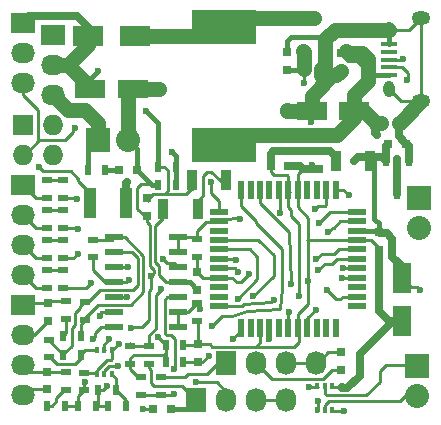
<source format=gbr>
G04 #@! TF.FileFunction,Copper,L1,Top,Signal*
%FSLAX46Y46*%
G04 Gerber Fmt 4.6, Leading zero omitted, Abs format (unit mm)*
G04 Created by KiCad (PCBNEW 4.0.4-stable) date 01/19/17 12:29:14*
%MOMM*%
%LPD*%
G01*
G04 APERTURE LIST*
%ADD10C,0.100000*%
%ADD11R,1.600200X2.600960*%
%ADD12R,1.600000X0.560000*%
%ADD13R,0.560000X1.600000*%
%ADD14R,1.350000X0.400000*%
%ADD15O,0.950000X1.400000*%
%ADD16O,1.550000X1.200000*%
%ADD17R,1.727200X2.032000*%
%ADD18O,1.727200X2.032000*%
%ADD19R,0.750000X0.800000*%
%ADD20R,0.800000X0.750000*%
%ADD21R,2.600960X1.600200*%
%ADD22R,2.499360X1.800860*%
%ADD23R,0.797560X0.797560*%
%ADD24R,1.000000X2.500000*%
%ADD25R,5.400040X2.900680*%
%ADD26R,0.900000X1.700000*%
%ADD27R,2.032000X1.727200*%
%ADD28O,2.032000X1.727200*%
%ADD29R,1.727200X1.727200*%
%ADD30O,1.727200X1.727200*%
%ADD31R,2.032000X2.032000*%
%ADD32O,2.032000X2.032000*%
%ADD33R,0.600000X0.900000*%
%ADD34R,0.900000X0.500000*%
%ADD35R,0.500000X0.900000*%
%ADD36R,1.500000X0.600000*%
%ADD37R,0.304800X0.508000*%
%ADD38C,0.600000*%
%ADD39C,0.250000*%
%ADD40C,0.400000*%
%ADD41C,1.270000*%
%ADD42C,0.635000*%
G04 APERTURE END LIST*
D10*
D11*
X103187500Y-122214640D03*
X103187500Y-125816360D03*
D12*
X87723600Y-116573800D03*
X87723600Y-117373800D03*
X87723600Y-118173800D03*
X87723600Y-118973800D03*
X87723600Y-119773800D03*
X87723600Y-120573800D03*
X87723600Y-121373800D03*
X87723600Y-122173800D03*
X87723600Y-122973800D03*
X87723600Y-123773800D03*
X87723600Y-124573800D03*
D13*
X89573600Y-126423800D03*
X90373600Y-126423800D03*
X91173600Y-126423800D03*
X91973600Y-126423800D03*
X92773600Y-126423800D03*
X93573600Y-126423800D03*
X94373600Y-126423800D03*
X95173600Y-126423800D03*
X95973600Y-126423800D03*
X96773600Y-126423800D03*
X97573600Y-126423800D03*
D12*
X99423600Y-124573800D03*
X99423600Y-123773800D03*
X99423600Y-122973800D03*
X99423600Y-122173800D03*
X99423600Y-121373800D03*
X99423600Y-120573800D03*
X99423600Y-119773800D03*
X99423600Y-118973800D03*
X99423600Y-118173800D03*
X99423600Y-117373800D03*
X99423600Y-116573800D03*
D13*
X97573600Y-114723800D03*
X96773600Y-114723800D03*
X95973600Y-114723800D03*
X95173600Y-114723800D03*
X94373600Y-114723800D03*
X93573600Y-114723800D03*
X92773600Y-114723800D03*
X91973600Y-114723800D03*
X91173600Y-114723800D03*
X90373600Y-114723800D03*
X89573600Y-114723800D03*
D14*
X102132960Y-104996400D03*
X102132960Y-104346400D03*
X102132960Y-103696400D03*
X102132960Y-103046400D03*
X102132960Y-102396400D03*
D15*
X102132960Y-106196400D03*
X102132960Y-101196400D03*
D16*
X104832960Y-107196400D03*
X104832960Y-100196400D03*
D17*
X88328500Y-129349500D03*
D18*
X90868500Y-129349500D03*
X93408500Y-129349500D03*
X95948500Y-129349500D03*
D19*
X98044000Y-128472500D03*
X98044000Y-129972500D03*
D20*
X83630200Y-133273800D03*
X82130200Y-133273800D03*
X101421500Y-109029500D03*
X102921500Y-109029500D03*
D19*
X101219000Y-118312500D03*
X101219000Y-119812500D03*
X85915500Y-129312100D03*
X85915500Y-127812100D03*
X81597500Y-115455000D03*
X81597500Y-116955000D03*
X96202500Y-111454500D03*
X96202500Y-112954500D03*
D21*
X99146360Y-108077000D03*
X95544640Y-108077000D03*
D19*
X98044000Y-103136000D03*
X98044000Y-104636000D03*
D20*
X102056500Y-110807500D03*
X103556500Y-110807500D03*
D19*
X73215500Y-125845000D03*
X73215500Y-124345000D03*
X73152000Y-131610800D03*
X73152000Y-130110800D03*
D21*
X76812140Y-106172000D03*
X80413860Y-106172000D03*
D19*
X85852000Y-123178000D03*
X85852000Y-121678000D03*
X94805500Y-111454500D03*
X94805500Y-112954500D03*
D20*
X92087000Y-112712500D03*
X93587000Y-112712500D03*
D22*
X76614020Y-101727000D03*
X80611980Y-101727000D03*
D23*
X79260700Y-113030000D03*
X80759300Y-113030000D03*
D24*
X76808200Y-115824000D03*
X79808200Y-115824000D03*
D25*
X88138000Y-100916740D03*
X88138000Y-110919260D03*
D26*
X100522700Y-112318800D03*
X97622700Y-112318800D03*
X88318000Y-113919000D03*
X85418000Y-113919000D03*
X83005000Y-116332000D03*
X85905000Y-116332000D03*
D27*
X71120000Y-114300000D03*
D28*
X71120000Y-116840000D03*
X71120000Y-119380000D03*
X71120000Y-121920000D03*
D29*
X71120000Y-109220000D03*
D30*
X73660000Y-109220000D03*
X71120000Y-111760000D03*
X73660000Y-111760000D03*
D17*
X85788500Y-132524500D03*
D18*
X88328500Y-132524500D03*
X90868500Y-132524500D03*
X93408500Y-132524500D03*
D27*
X71120000Y-124460000D03*
D28*
X71120000Y-127000000D03*
X71120000Y-129540000D03*
X71120000Y-132080000D03*
D31*
X77470000Y-110490000D03*
D32*
X80010000Y-110490000D03*
D31*
X104470200Y-129616200D03*
D32*
X104470200Y-132156200D03*
D27*
X71069200Y-100571300D03*
D28*
X71069200Y-103111300D03*
X71069200Y-105651300D03*
D27*
X73660000Y-101600000D03*
D28*
X73660000Y-104140000D03*
X73660000Y-106680000D03*
D33*
X95758000Y-100200000D03*
X96708000Y-103000000D03*
X94808000Y-103000000D03*
D34*
X82753200Y-132068000D03*
X82753200Y-130568000D03*
X81788000Y-127951800D03*
X81788000Y-129451800D03*
X81127600Y-132068000D03*
X81127600Y-130568000D03*
X80187800Y-129451800D03*
X80187800Y-127951800D03*
D35*
X84684300Y-129324100D03*
X83184300Y-129324100D03*
X84684300Y-127850900D03*
X83184300Y-127850900D03*
D34*
X73101200Y-121525600D03*
X73101200Y-123025600D03*
X73101200Y-119011000D03*
X73101200Y-120511000D03*
X73101200Y-116420200D03*
X73101200Y-117920200D03*
X73101200Y-113880200D03*
X73101200Y-115380200D03*
X74498200Y-123025600D03*
X74498200Y-121525600D03*
X74498200Y-120511000D03*
X74498200Y-119011000D03*
X74498200Y-117920200D03*
X74498200Y-116420200D03*
X74498200Y-115380200D03*
X74498200Y-113880200D03*
D35*
X78320200Y-132994400D03*
X79820200Y-132994400D03*
X77482000Y-131673600D03*
X78982000Y-131673600D03*
X74535600Y-128676400D03*
X76035600Y-128676400D03*
D34*
X73304400Y-127418400D03*
X73304400Y-128918400D03*
X76327000Y-125718000D03*
X76327000Y-124218000D03*
D35*
X75805600Y-132994400D03*
X77305600Y-132994400D03*
D34*
X85852000Y-124345000D03*
X85852000Y-125845000D03*
D35*
X74497500Y-127063500D03*
X75997500Y-127063500D03*
X73164000Y-132994400D03*
X74664000Y-132994400D03*
D34*
X74739500Y-124154500D03*
X74739500Y-125654500D03*
X74726800Y-130161600D03*
X74726800Y-131661600D03*
D35*
X82562000Y-112776000D03*
X84062000Y-112776000D03*
X84062000Y-114300000D03*
X82562000Y-114300000D03*
D34*
X85826600Y-120384000D03*
X85826600Y-118884000D03*
X77025500Y-118947500D03*
X77025500Y-120447500D03*
X76250800Y-130212400D03*
X76250800Y-131712400D03*
D35*
X94881000Y-104521000D03*
X96381000Y-104521000D03*
X76593000Y-113030000D03*
X78093000Y-113030000D03*
D33*
X102806500Y-115065000D03*
X101856500Y-112265000D03*
X103756500Y-112265000D03*
D36*
X84234000Y-126365000D03*
X84234000Y-125095000D03*
X84234000Y-123825000D03*
X84234000Y-122555000D03*
X84234000Y-121285000D03*
X84234000Y-120015000D03*
X84234000Y-118745000D03*
X78834000Y-118745000D03*
X78834000Y-120015000D03*
X78834000Y-121285000D03*
X78834000Y-122555000D03*
X78834000Y-123825000D03*
X78834000Y-125095000D03*
X78834000Y-126365000D03*
D37*
X78613000Y-128320800D03*
X77343000Y-128320800D03*
X78613000Y-130352800D03*
X77978000Y-128320800D03*
X77343000Y-130352800D03*
X77978000Y-130352800D03*
X96037400Y-133324600D03*
X97307400Y-133324600D03*
X96037400Y-131292600D03*
X96672400Y-133324600D03*
X97307400Y-131292600D03*
X96672400Y-131292600D03*
D31*
X104597200Y-115392200D03*
D32*
X104597200Y-117932200D03*
D19*
X93421200Y-104559800D03*
X93421200Y-103059800D03*
D38*
X81229200Y-133273800D03*
X85750400Y-130962400D03*
X101041200Y-110083600D03*
X102793800Y-112090200D03*
X93421200Y-108000800D03*
X95199200Y-122428000D03*
X90271600Y-121843800D03*
X98145600Y-131419600D03*
X96062800Y-132562600D03*
X95567500Y-112585500D03*
X95504000Y-108966000D03*
X79222600Y-127762000D03*
X80289400Y-126390400D03*
X75514200Y-109474000D03*
X80060800Y-122326400D03*
X81940400Y-122021600D03*
X82626200Y-106222800D03*
X104724200Y-123215400D03*
X95885000Y-124891800D03*
X99123500Y-112268000D03*
X79946500Y-114046000D03*
X94513400Y-123723400D03*
X86817200Y-128803400D03*
X77470000Y-104648000D03*
X81534000Y-108077000D03*
X72491600Y-112826800D03*
X83693000Y-111506000D03*
X87020400Y-114071400D03*
X92900500Y-116649500D03*
X89471500Y-117157500D03*
X90614500Y-123698000D03*
X78422500Y-127381000D03*
X89344500Y-123952000D03*
X79184500Y-129603500D03*
X80010000Y-121285000D03*
X89154000Y-120650000D03*
X79883000Y-123825000D03*
X89344500Y-121666000D03*
X93662500Y-125031500D03*
X92329000Y-124015500D03*
X98323400Y-133477000D03*
X88849200Y-127355600D03*
X91973400Y-127355600D03*
X95326200Y-131445000D03*
X96875600Y-123215400D03*
X94894400Y-105714800D03*
X103581200Y-105410000D03*
X98145600Y-122174000D03*
X103301800Y-103657400D03*
X98171000Y-121361200D03*
X96075500Y-121539000D03*
X76835000Y-122618500D03*
X95948500Y-120586500D03*
X75755500Y-120142000D03*
X96964500Y-118300500D03*
X75755500Y-118046500D03*
X96139000Y-117538500D03*
X75692000Y-115506500D03*
X98679000Y-115189000D03*
X95821500Y-116332000D03*
X93827600Y-122656600D03*
X86106000Y-124841000D03*
X87122000Y-126238000D03*
X82550000Y-127190500D03*
X83921600Y-132029200D03*
X83921600Y-129895600D03*
X82981800Y-120599200D03*
X82804000Y-123088400D03*
X78206600Y-131318000D03*
X77597000Y-125399800D03*
X76327000Y-131013200D03*
X77012800Y-127355600D03*
D39*
X95948500Y-129349500D02*
X96075500Y-129349500D01*
X96075500Y-129349500D02*
X96952500Y-128472500D01*
X96952500Y-128472500D02*
X98044000Y-128472500D01*
X95948500Y-129349500D02*
X93408500Y-129349500D01*
X82753200Y-130568000D02*
X84824000Y-130568000D01*
X86664800Y-130302000D02*
X87617300Y-129349500D01*
X85090000Y-130302000D02*
X86664800Y-130302000D01*
X84824000Y-130568000D02*
X85090000Y-130302000D01*
X87617300Y-129349500D02*
X88328500Y-129349500D01*
X98044000Y-129972500D02*
X97281300Y-129972500D01*
X92227400Y-130708400D02*
X90868500Y-129349500D01*
X96545400Y-130708400D02*
X92227400Y-130708400D01*
X97281300Y-129972500D02*
X96545400Y-130708400D01*
X90868500Y-129349500D02*
X90932000Y-129349500D01*
D40*
X83630200Y-133273800D02*
X85039200Y-133273800D01*
X85039200Y-133273800D02*
X85788500Y-132524500D01*
D39*
X85064600Y-133248400D02*
X85788500Y-132524500D01*
X90868500Y-132524500D02*
X93408500Y-132524500D01*
X85788500Y-132524500D02*
X85788500Y-132626100D01*
X84582000Y-131318000D02*
X85788500Y-132524500D01*
X82194400Y-131318000D02*
X84582000Y-131318000D01*
X81940400Y-131064000D02*
X82194400Y-131318000D01*
X81940400Y-129997200D02*
X81940400Y-131064000D01*
X81788000Y-129844800D02*
X81940400Y-129997200D01*
X81788000Y-129451800D02*
X81788000Y-129844800D01*
X81788000Y-129451800D02*
X81788000Y-129667000D01*
X82118200Y-133273800D02*
X81229200Y-133273800D01*
X85750400Y-130962400D02*
X85801200Y-131013200D01*
X85801200Y-131013200D02*
X87528400Y-131013200D01*
X87528400Y-131013200D02*
X88328500Y-131813300D01*
X88328500Y-131813300D02*
X88328500Y-132524500D01*
D41*
X88138000Y-110919260D02*
X88138000Y-110845600D01*
D42*
X102806500Y-115065000D02*
X102806500Y-112102900D01*
X100888800Y-109931200D02*
X100888800Y-109016800D01*
X101041200Y-110083600D02*
X100888800Y-109931200D01*
X102806500Y-112102900D02*
X102793800Y-112090200D01*
X98552000Y-109321600D02*
X98501200Y-109270800D01*
X98501200Y-109270800D02*
X98552000Y-109321600D01*
X98552000Y-109321600D02*
X98552000Y-109220000D01*
D41*
X99146360Y-108077000D02*
X99949000Y-108077000D01*
X99949000Y-108077000D02*
X100888800Y-109016800D01*
X100888800Y-109016800D02*
X101028500Y-109156500D01*
X101028500Y-109156500D02*
X101421500Y-109029500D01*
X100330000Y-104648000D02*
X100330000Y-103632000D01*
X98615500Y-103124000D02*
X98488500Y-102997000D01*
X99822000Y-103124000D02*
X98615500Y-103124000D01*
X100330000Y-103632000D02*
X99822000Y-103124000D01*
X99146360Y-108077000D02*
X99146360Y-106720640D01*
X100330000Y-105537000D02*
X100330000Y-104648000D01*
X99146360Y-106720640D02*
X100330000Y-105537000D01*
D40*
X102132960Y-104996400D02*
X100678400Y-104996400D01*
X100678400Y-104996400D02*
X100330000Y-104648000D01*
X98603500Y-103695500D02*
X98044000Y-103136000D01*
X100330000Y-104648000D02*
X99377500Y-103695500D01*
X99377500Y-103695500D02*
X98603500Y-103695500D01*
D41*
X99146360Y-108077000D02*
X99146360Y-108625640D01*
X99146360Y-108625640D02*
X98552000Y-109220000D01*
X98552000Y-109220000D02*
X97663000Y-110109000D01*
X97663000Y-110109000D02*
X88948260Y-110109000D01*
X88948260Y-110109000D02*
X88138000Y-110919260D01*
X93497400Y-108077000D02*
X95544640Y-108077000D01*
X93421200Y-108000800D02*
X93497400Y-108077000D01*
D39*
X71069200Y-105651300D02*
X71069200Y-106629200D01*
X72390000Y-107950000D02*
X72390000Y-110617000D01*
X72390000Y-107950000D02*
X71120000Y-106680000D01*
X71069200Y-106629200D02*
X71120000Y-106680000D01*
D40*
X93421200Y-103059800D02*
X93421200Y-102158800D01*
X96502300Y-101777800D02*
X96708000Y-101983500D01*
X93802200Y-101777800D02*
X96502300Y-101777800D01*
X93421200Y-102158800D02*
X93802200Y-101777800D01*
D41*
X80413860Y-106172000D02*
X82575400Y-106172000D01*
D39*
X87723600Y-122173800D02*
X88823600Y-122173800D01*
X95199200Y-122428000D02*
X95250000Y-122428000D01*
X89560400Y-122555000D02*
X90271600Y-121843800D01*
X89204800Y-122555000D02*
X89560400Y-122555000D01*
X88823600Y-122173800D02*
X89204800Y-122555000D01*
X95250000Y-122428000D02*
X95224600Y-122428000D01*
X95224600Y-122428000D02*
X95250000Y-122428000D01*
X101219000Y-119812500D02*
X101219000Y-119659400D01*
X101219000Y-119659400D02*
X100533400Y-118973800D01*
X100533400Y-118973800D02*
X99423600Y-118973800D01*
D41*
X95544640Y-108077000D02*
X95544640Y-106766360D01*
X95544640Y-106766360D02*
X97282000Y-105029000D01*
D42*
X102921500Y-109029500D02*
X102921500Y-110172500D01*
X102921500Y-110172500D02*
X103556500Y-110807500D01*
X103756500Y-112265000D02*
X103756500Y-111007500D01*
X103756500Y-111007500D02*
X103556500Y-110807500D01*
X103187500Y-125816360D02*
X102067360Y-125816360D01*
X101219000Y-124968000D02*
X101219000Y-119812500D01*
X102067360Y-125816360D02*
X101219000Y-124968000D01*
X103187500Y-125816360D02*
X102453440Y-125816360D01*
X102453440Y-125816360D02*
X99618800Y-128651000D01*
X99618800Y-128651000D02*
X99618800Y-130454400D01*
X99618800Y-130454400D02*
X98584902Y-131488298D01*
X98584902Y-131488298D02*
X98145600Y-131488298D01*
X98145600Y-131488298D02*
X98145600Y-131445000D01*
D39*
X96075500Y-133477000D02*
X96075500Y-132575300D01*
X98120200Y-131445000D02*
X98145600Y-131445000D01*
X98145600Y-131445000D02*
X97345500Y-131445000D01*
X98145600Y-131419600D02*
X98120200Y-131445000D01*
X96075500Y-132575300D02*
X96062800Y-132562600D01*
X90576400Y-127990600D02*
X94081600Y-127990600D01*
X94462600Y-127609600D02*
X94462600Y-126512800D01*
X94081600Y-127990600D02*
X94462600Y-127609600D01*
X94462600Y-126512800D02*
X94373600Y-126423800D01*
X85915500Y-127812100D02*
X86943500Y-127812100D01*
X91173600Y-127622000D02*
X91173600Y-126423800D01*
X90805000Y-127990600D02*
X91173600Y-127622000D01*
X87122000Y-127990600D02*
X90576400Y-127990600D01*
X90576400Y-127990600D02*
X90805000Y-127990600D01*
X86943500Y-127812100D02*
X87122000Y-127990600D01*
D41*
X102921500Y-109029500D02*
X102999860Y-109029500D01*
X102999860Y-109029500D02*
X104832960Y-107196400D01*
D39*
X104832960Y-107196400D02*
X103132960Y-107196400D01*
X103132960Y-107196400D02*
X102132960Y-106196400D01*
X104832960Y-100196400D02*
X104832960Y-107196400D01*
X102132960Y-101196400D02*
X103832960Y-101196400D01*
X103832960Y-101196400D02*
X104832960Y-100196400D01*
D41*
X96708000Y-103000000D02*
X96708000Y-101983500D01*
X97495100Y-101196400D02*
X102132960Y-101196400D01*
X96708000Y-101983500D02*
X97495100Y-101196400D01*
D40*
X102132960Y-102396400D02*
X102132960Y-101196400D01*
D39*
X95377000Y-112776000D02*
X95567500Y-112585500D01*
X95504000Y-108966000D02*
X95544640Y-108925360D01*
X95544640Y-108925360D02*
X95544640Y-108077000D01*
X95377000Y-112954500D02*
X95377000Y-112776000D01*
X94373600Y-114723800D02*
X94373600Y-113386400D01*
X94373600Y-113386400D02*
X94805500Y-112954500D01*
D42*
X96202500Y-112954500D02*
X95377000Y-112954500D01*
X95377000Y-112954500D02*
X94805500Y-112954500D01*
X93587000Y-112712500D02*
X94563500Y-112712500D01*
X94563500Y-112712500D02*
X94805500Y-112954500D01*
D39*
X99423600Y-118973800D02*
X95250000Y-118973800D01*
X95186500Y-118935500D02*
X95250000Y-118935500D01*
X95211700Y-118935500D02*
X95186500Y-118935500D01*
X95250000Y-118973800D02*
X95211700Y-118935500D01*
X94373600Y-126423800D02*
X94373600Y-125272900D01*
X94373600Y-125272900D02*
X95250000Y-124396500D01*
X95250000Y-124396500D02*
X95250000Y-122428000D01*
X94373600Y-116217600D02*
X94373600Y-114723800D01*
X95250000Y-117094000D02*
X94373600Y-116217600D01*
X95250000Y-122428000D02*
X95250000Y-118935500D01*
X95250000Y-118935500D02*
X95250000Y-117094000D01*
X78613000Y-128320800D02*
X78663800Y-128320800D01*
X78663800Y-128320800D02*
X79222600Y-127762000D01*
X81940400Y-122021600D02*
X81940400Y-123139200D01*
X80365600Y-126314200D02*
X80289400Y-126390400D01*
X81178400Y-126314200D02*
X80365600Y-126314200D01*
X81788000Y-125704600D02*
X81178400Y-126314200D01*
X81788000Y-123291600D02*
X81788000Y-125704600D01*
X81940400Y-123139200D02*
X81788000Y-123291600D01*
X77343000Y-130352800D02*
X77343000Y-129970402D01*
X77343000Y-129970402D02*
X78198004Y-129115398D01*
X78198004Y-129115398D02*
X78580402Y-129115398D01*
X78580402Y-129115398D02*
X78613000Y-129082800D01*
X78613000Y-129082800D02*
X78613000Y-128320800D01*
X87723600Y-122173800D02*
X86347800Y-122173800D01*
X86347800Y-122173800D02*
X85852000Y-121678000D01*
X81597500Y-116955000D02*
X81445800Y-116955000D01*
X81445800Y-116955000D02*
X80797400Y-116306600D01*
X81089500Y-114236500D02*
X81724500Y-114236500D01*
X80797400Y-114528600D02*
X81089500Y-114236500D01*
X80797400Y-116306600D02*
X80797400Y-114528600D01*
X81788000Y-114173000D02*
X81788000Y-114058700D01*
X81724500Y-114236500D02*
X81845150Y-114115850D01*
X81845150Y-114115850D02*
X81788000Y-114173000D01*
X75361800Y-109829600D02*
X74701400Y-110490000D01*
X75514200Y-109474000D02*
X75361800Y-109626400D01*
X75361800Y-109626400D02*
X75361800Y-109829600D01*
X72517000Y-110490000D02*
X72390000Y-110617000D01*
X74701400Y-110490000D02*
X72517000Y-110490000D01*
X86092600Y-127635000D02*
X85915500Y-127812100D01*
X85915500Y-127812100D02*
X85915500Y-125908500D01*
X85915500Y-125908500D02*
X85852000Y-125845000D01*
X84684300Y-127850900D02*
X85876700Y-127850900D01*
X85876700Y-127850900D02*
X85915500Y-127812100D01*
X85826600Y-120384000D02*
X85826600Y-121652600D01*
X85826600Y-121652600D02*
X85852000Y-121678000D01*
X78834000Y-122555000D02*
X79832200Y-122555000D01*
X79832200Y-122555000D02*
X80060800Y-122326400D01*
X81864200Y-121165198D02*
X81864200Y-117678200D01*
X81940400Y-122021600D02*
X82169000Y-121793000D01*
X82169000Y-121793000D02*
X82169000Y-121469998D01*
X82169000Y-121469998D02*
X81864200Y-121165198D01*
X76250800Y-130212400D02*
X77202600Y-130212400D01*
X77202600Y-130212400D02*
X77343000Y-130352800D01*
X78834000Y-122555000D02*
X78054200Y-122555000D01*
X77025500Y-121526300D02*
X77025500Y-120447500D01*
X78054200Y-122555000D02*
X77025500Y-121526300D01*
X81597500Y-116955000D02*
X81597500Y-117411500D01*
X81597500Y-117411500D02*
X81864200Y-117678200D01*
D40*
X85852000Y-121678000D02*
X85864000Y-121678000D01*
D41*
X96381000Y-105029000D02*
X97282000Y-105029000D01*
X96381000Y-104521000D02*
X96381000Y-105029000D01*
X97282000Y-105029000D02*
X97651000Y-105029000D01*
X97651000Y-105029000D02*
X98044000Y-104636000D01*
X96508000Y-104648000D02*
X96381000Y-104521000D01*
X96708000Y-103000000D02*
X96708000Y-104194000D01*
X96708000Y-104194000D02*
X96381000Y-104521000D01*
D40*
X80759300Y-113030000D02*
X80759300Y-111239300D01*
X80759300Y-111239300D02*
X80010000Y-110490000D01*
X82562000Y-114300000D02*
X82029300Y-114300000D01*
X82029300Y-114300000D02*
X81788000Y-114058700D01*
X81788000Y-114058700D02*
X80759300Y-113030000D01*
D39*
X71120000Y-111760000D02*
X71247000Y-111760000D01*
X71247000Y-111760000D02*
X72390000Y-110617000D01*
D41*
X80010000Y-110490000D02*
X80010000Y-106575860D01*
X80010000Y-106575860D02*
X80413860Y-106172000D01*
X82575400Y-106172000D02*
X82626200Y-106222800D01*
D42*
X103187500Y-122214640D02*
X103187500Y-121196100D01*
X103187500Y-121196100D02*
X102387400Y-120396000D01*
X101904800Y-118414800D02*
X101321300Y-118414800D01*
X102387400Y-118897400D02*
X101904800Y-118414800D01*
X102387400Y-120396000D02*
X102387400Y-118897400D01*
X101321300Y-118414800D02*
X101219000Y-118312500D01*
D39*
X95173600Y-126423800D02*
X95173600Y-125603200D01*
X104495600Y-122986800D02*
X103959660Y-122986800D01*
X104724200Y-123215400D02*
X104495600Y-122986800D01*
X95173600Y-125603200D02*
X95885000Y-124891800D01*
X103959660Y-122986800D02*
X103187500Y-122214640D01*
D42*
X100510000Y-111950500D02*
X101542000Y-111950500D01*
X101542000Y-111950500D02*
X101856500Y-112265000D01*
X101856500Y-112265000D02*
X101856500Y-111432300D01*
X101856500Y-112265000D02*
X101856500Y-111432300D01*
X101856500Y-111432300D02*
X101856500Y-111007500D01*
X101856500Y-111007500D02*
X102056500Y-110807500D01*
D40*
X100838000Y-112278500D02*
X100510000Y-111950500D01*
X100838000Y-117157500D02*
X100838000Y-112278500D01*
X101219000Y-117538500D02*
X100838000Y-117157500D01*
X101219000Y-118312500D02*
X101219000Y-117538500D01*
X101080300Y-118173800D02*
X101219000Y-118312500D01*
X99423600Y-118173800D02*
X101080300Y-118173800D01*
D42*
X79808200Y-115824000D02*
X79808200Y-114184300D01*
X99441000Y-111950500D02*
X100510000Y-111950500D01*
X99123500Y-112268000D02*
X99441000Y-111950500D01*
X79808200Y-114184300D02*
X79946500Y-114046000D01*
D39*
X85915500Y-129312100D02*
X86308500Y-129312100D01*
X93573600Y-116205000D02*
X93573600Y-114723800D01*
X93802200Y-116433600D02*
X93573600Y-116205000D01*
X93802200Y-116941600D02*
X93802200Y-116433600D01*
X94513400Y-117652800D02*
X93802200Y-116941600D01*
X94513400Y-123723400D02*
X94513400Y-117652800D01*
X86308500Y-129312100D02*
X86817200Y-128803400D01*
D42*
X96202500Y-111454500D02*
X97114000Y-111454500D01*
X97114000Y-111454500D02*
X97610000Y-111950500D01*
X94805500Y-111454500D02*
X96202500Y-111454500D01*
X92087000Y-112712500D02*
X92087000Y-111684500D01*
X92317000Y-111454500D02*
X94805500Y-111454500D01*
X92087000Y-111684500D02*
X92317000Y-111454500D01*
D39*
X93573600Y-114723800D02*
X93573600Y-113576100D01*
X93573600Y-113576100D02*
X93472000Y-113474500D01*
X93472000Y-113474500D02*
X92329000Y-113474500D01*
X92329000Y-113474500D02*
X92087000Y-113232500D01*
X92087000Y-113232500D02*
X92087000Y-112712500D01*
X85915500Y-129312100D02*
X86270400Y-129312100D01*
X93662500Y-114812700D02*
X93573600Y-114723800D01*
X93726000Y-114876200D02*
X93573600Y-114723800D01*
X85915500Y-129312100D02*
X86079900Y-129312100D01*
X85915500Y-129312100D02*
X84696300Y-129312100D01*
X84696300Y-129312100D02*
X84684300Y-129324100D01*
D42*
X76614020Y-101727000D02*
X76614020Y-100972620D01*
X76614020Y-100972620D02*
X75641200Y-99999800D01*
X75641200Y-99999800D02*
X71640700Y-99999800D01*
X71640700Y-99999800D02*
X71069200Y-100571300D01*
D39*
X83083400Y-115112800D02*
X84886800Y-115112800D01*
X84886800Y-115112800D02*
X85418000Y-114581600D01*
X85418000Y-114581600D02*
X85418000Y-113919000D01*
X81597500Y-115455000D02*
X81776000Y-115455000D01*
X81776000Y-115455000D02*
X82118200Y-115112800D01*
X83058000Y-112776000D02*
X82562000Y-112776000D01*
X83362800Y-113080800D02*
X83058000Y-112776000D01*
X83362800Y-114833400D02*
X83362800Y-113080800D01*
X83083400Y-115112800D02*
X83362800Y-114833400D01*
X82118200Y-115112800D02*
X83083400Y-115112800D01*
X81597500Y-115455000D02*
X81839500Y-115455000D01*
X81661000Y-115685000D02*
X81661000Y-115570000D01*
D40*
X85418000Y-113919000D02*
X85418000Y-114607000D01*
X82562000Y-112776000D02*
X82562000Y-109105000D01*
X76812140Y-105305860D02*
X76812140Y-106172000D01*
X77470000Y-104648000D02*
X76812140Y-105305860D01*
X82562000Y-109105000D02*
X81534000Y-108077000D01*
D42*
X73660000Y-104140000D02*
X73279000Y-104140000D01*
D41*
X76812140Y-106172000D02*
X76812140Y-106022140D01*
X76812140Y-106022140D02*
X74930000Y-104140000D01*
X76614020Y-101727000D02*
X76614020Y-102455980D01*
X76614020Y-102455980D02*
X74930000Y-104140000D01*
X74930000Y-104140000D02*
X73660000Y-104140000D01*
D39*
X71120000Y-127000000D02*
X72060500Y-127000000D01*
X72060500Y-127000000D02*
X73215500Y-125845000D01*
X73215500Y-124345000D02*
X71235000Y-124345000D01*
X71235000Y-124345000D02*
X71120000Y-124460000D01*
X74739500Y-124154500D02*
X73406000Y-124154500D01*
X73406000Y-124154500D02*
X73215500Y-124345000D01*
X71589200Y-131610800D02*
X71120000Y-132080000D01*
X71335200Y-131864800D02*
X71120000Y-132080000D01*
X73152000Y-131610800D02*
X71589200Y-131610800D01*
X73152000Y-130110800D02*
X74676000Y-130110800D01*
X74676000Y-130110800D02*
X74726800Y-130161600D01*
X73152000Y-130110800D02*
X71690800Y-130110800D01*
X71690800Y-130110800D02*
X71120000Y-129540000D01*
X84234000Y-122555000D02*
X83210400Y-122555000D01*
X82314202Y-117761598D02*
X83005000Y-117070800D01*
X82314202Y-120853200D02*
X82314202Y-117761598D01*
X82619002Y-121158000D02*
X82314202Y-120853200D01*
X82619002Y-121963602D02*
X82619002Y-121158000D01*
X83210400Y-122555000D02*
X82619002Y-121963602D01*
X83005000Y-117070800D02*
X83005000Y-116332000D01*
D40*
X84234000Y-122555000D02*
X85229000Y-122555000D01*
X85229000Y-122555000D02*
X85852000Y-123178000D01*
D41*
X80611980Y-101727000D02*
X87327740Y-101727000D01*
X87327740Y-101727000D02*
X88138000Y-100916740D01*
X95758000Y-100200000D02*
X88854740Y-100200000D01*
X88854740Y-100200000D02*
X88138000Y-100916740D01*
D40*
X79260700Y-113030000D02*
X78093000Y-113030000D01*
D39*
X76808200Y-114984400D02*
X75793600Y-113969800D01*
X76808200Y-115824000D02*
X76808200Y-114984400D01*
X75793600Y-113969800D02*
X75793600Y-113766600D01*
X75793600Y-113766600D02*
X75184000Y-113157000D01*
X75184000Y-113157000D02*
X72821800Y-113157000D01*
X72821800Y-113157000D02*
X72491600Y-112826800D01*
D40*
X83693000Y-111506000D02*
X84074000Y-111887000D01*
D39*
X87723600Y-116573800D02*
X87723600Y-115663600D01*
X87020400Y-114960400D02*
X87020400Y-114071400D01*
X87723600Y-115663600D02*
X87020400Y-114960400D01*
D40*
X84062000Y-114300000D02*
X84062000Y-112776000D01*
X84074000Y-111887000D02*
X84074000Y-112764000D01*
X84074000Y-112764000D02*
X84062000Y-112776000D01*
D39*
X87723600Y-117373800D02*
X89370300Y-117056300D01*
X92837000Y-116586000D02*
X92837000Y-114787200D01*
X92900500Y-116649500D02*
X92837000Y-116586000D01*
X89370300Y-117056300D02*
X89471500Y-117157500D01*
X92837000Y-114787200D02*
X92773600Y-114723800D01*
X92773500Y-114723900D02*
X92773600Y-114723800D01*
X85826600Y-118884000D02*
X85826600Y-118211600D01*
X86563200Y-117475000D02*
X87622400Y-117475000D01*
X85826600Y-118211600D02*
X86563200Y-117475000D01*
X87622400Y-117475000D02*
X87723600Y-117373800D01*
X84234000Y-118745000D02*
X85687600Y-118745000D01*
X85687600Y-118745000D02*
X85826600Y-118884000D01*
X84234000Y-120015000D02*
X84234000Y-118745000D01*
X77978000Y-128320800D02*
X77978000Y-127825500D01*
X90995500Y-118935500D02*
X87761900Y-118935500D01*
X92329000Y-120269000D02*
X90995500Y-118935500D01*
X92329000Y-121983500D02*
X92329000Y-120269000D01*
X90614500Y-123698000D02*
X92329000Y-121983500D01*
X77978000Y-127825500D02*
X78422500Y-127381000D01*
X87761900Y-118935500D02*
X87723600Y-118973800D01*
X78041500Y-128257300D02*
X77978000Y-128320800D01*
X77978000Y-130352800D02*
X77978000Y-130048000D01*
X90309800Y-119773800D02*
X87723600Y-119773800D01*
X90932000Y-120396000D02*
X90309800Y-119773800D01*
X90932000Y-122237500D02*
X90932000Y-120396000D01*
X89344500Y-123952000D02*
X90932000Y-122237500D01*
X78422500Y-129603500D02*
X79184500Y-129603500D01*
X77978000Y-130048000D02*
X78422500Y-129603500D01*
X87723600Y-120573800D02*
X89077800Y-120573800D01*
X80010000Y-121285000D02*
X78834000Y-121285000D01*
X89077800Y-120573800D02*
X89154000Y-120650000D01*
X87723600Y-121373800D02*
X89052300Y-121373800D01*
X79883000Y-123825000D02*
X78834000Y-123825000D01*
X89052300Y-121373800D02*
X89344500Y-121666000D01*
X87723600Y-124573800D02*
X89140800Y-124573800D01*
X93573600Y-125120400D02*
X93573600Y-126423800D01*
X93662500Y-125031500D02*
X93573600Y-125120400D01*
X92138500Y-124206000D02*
X92329000Y-124015500D01*
X89852500Y-124396500D02*
X92138500Y-124206000D01*
X89662000Y-124587000D02*
X89852500Y-124396500D01*
X89154000Y-124587000D02*
X89662000Y-124587000D01*
X89140800Y-124573800D02*
X89154000Y-124587000D01*
X89573600Y-126423800D02*
X89573600Y-126631200D01*
X89573600Y-126631200D02*
X88849200Y-127355600D01*
X98323400Y-133477000D02*
X97345500Y-133477000D01*
X89573600Y-126423800D02*
X89573600Y-126605800D01*
X96075500Y-131445000D02*
X95326200Y-131445000D01*
X91973600Y-127355400D02*
X91973600Y-126423800D01*
X91973400Y-127355600D02*
X91973600Y-127355400D01*
D40*
X93421200Y-104559800D02*
X94842200Y-104559800D01*
X94842200Y-104559800D02*
X94881000Y-104521000D01*
D39*
X94881000Y-104521000D02*
X94881000Y-105701400D01*
X98146000Y-123773800D02*
X99423600Y-123773800D01*
X97993200Y-123926600D02*
X98146000Y-123773800D01*
X97586800Y-123926600D02*
X97993200Y-123926600D01*
X96875600Y-123215400D02*
X97586800Y-123926600D01*
X94881000Y-105701400D02*
X94894400Y-105714800D01*
X94869000Y-103657400D02*
X94881000Y-103657400D01*
X94881000Y-103657400D02*
X94869000Y-103657400D01*
X94869000Y-103657400D02*
X94881000Y-103657400D01*
D41*
X94881000Y-104521000D02*
X94881000Y-103657400D01*
X94881000Y-103657400D02*
X94881000Y-103073000D01*
X94881000Y-103073000D02*
X94808000Y-103000000D01*
D39*
X99423600Y-122173800D02*
X98145800Y-122173800D01*
X103228800Y-104346400D02*
X102132960Y-104346400D01*
X103708200Y-104825800D02*
X103228800Y-104346400D01*
X103708200Y-105283000D02*
X103708200Y-104825800D01*
X103581200Y-105410000D02*
X103708200Y-105283000D01*
X98145800Y-122173800D02*
X98145600Y-122174000D01*
X102136160Y-104343200D02*
X102132960Y-104346400D01*
X99423600Y-121373800D02*
X98183600Y-121373800D01*
X103262800Y-103696400D02*
X102132960Y-103696400D01*
X103301800Y-103657400D02*
X103262800Y-103696400D01*
X98183600Y-121373800D02*
X98171000Y-121361200D01*
X74498200Y-123025600D02*
X76427900Y-123025600D01*
X97675700Y-120573800D02*
X99423600Y-120573800D01*
X97282000Y-120967500D02*
X97675700Y-120573800D01*
X96647000Y-120967500D02*
X97282000Y-120967500D01*
X96075500Y-121539000D02*
X96647000Y-120967500D01*
X76427900Y-123025600D02*
X76835000Y-122618500D01*
X74498200Y-120511000D02*
X75386500Y-120511000D01*
X97840700Y-119773800D02*
X99423600Y-119773800D01*
X97472500Y-120142000D02*
X97840700Y-119773800D01*
X96393000Y-120142000D02*
X97472500Y-120142000D01*
X95948500Y-120586500D02*
X96393000Y-120142000D01*
X75386500Y-120511000D02*
X75755500Y-120142000D01*
X74498200Y-117920200D02*
X75629200Y-117920200D01*
X97954700Y-117373800D02*
X99423600Y-117373800D01*
X97409000Y-117919500D02*
X97954700Y-117373800D01*
X97345500Y-117919500D02*
X97409000Y-117919500D01*
X96964500Y-118300500D02*
X97345500Y-117919500D01*
X75629200Y-117920200D02*
X75755500Y-118046500D01*
X74498200Y-115380200D02*
X75565700Y-115380200D01*
X97103700Y-116573800D02*
X99423600Y-116573800D01*
X96139000Y-117538500D02*
X97103700Y-116573800D01*
X75565700Y-115380200D02*
X75692000Y-115506500D01*
X98679000Y-115189000D02*
X98213800Y-114723800D01*
X98213800Y-114723800D02*
X97573600Y-114723800D01*
X95821500Y-116332000D02*
X96075500Y-116078000D01*
X96075500Y-116078000D02*
X96710500Y-116078000D01*
X96710500Y-116078000D02*
X96773600Y-116014900D01*
X96773600Y-116014900D02*
X96773600Y-114723800D01*
X85852000Y-124345000D02*
X85852000Y-124587000D01*
X85852000Y-124587000D02*
X86106000Y-124841000D01*
X91173600Y-115875100D02*
X91173600Y-114723800D01*
X93599000Y-118300500D02*
X91173600Y-115875100D01*
X93764100Y-122593100D02*
X93599000Y-118300500D01*
X93827600Y-122656600D02*
X93764100Y-122593100D01*
X84234000Y-126365000D02*
X84234000Y-125095000D01*
X84234000Y-125095000D02*
X85102000Y-125095000D01*
X85102000Y-125095000D02*
X85852000Y-124345000D01*
X83184300Y-127850900D02*
X83184300Y-127824800D01*
X83184300Y-127824800D02*
X82550000Y-127190500D01*
X89573600Y-116053100D02*
X89573600Y-114723800D01*
X90868500Y-117348000D02*
X89573600Y-116053100D01*
X90868500Y-117538500D02*
X90868500Y-117348000D01*
X93027500Y-119697500D02*
X90868500Y-117538500D01*
X93027500Y-123063000D02*
X93027500Y-119697500D01*
X92900500Y-124841000D02*
X93027500Y-123063000D01*
X90043000Y-124968000D02*
X92900500Y-124841000D01*
X88773000Y-125412500D02*
X90043000Y-124968000D01*
X87947500Y-125412500D02*
X88773000Y-125412500D01*
X87122000Y-126238000D02*
X87947500Y-125412500D01*
X80810800Y-130568000D02*
X81127600Y-130568000D01*
X80187800Y-129451800D02*
X80187800Y-128981200D01*
X83007200Y-128701800D02*
X83184300Y-128524700D01*
X80467200Y-128701800D02*
X83007200Y-128701800D01*
X80187800Y-128981200D02*
X80467200Y-128701800D01*
X83184300Y-127850900D02*
X83184300Y-128524700D01*
X83184300Y-128524700D02*
X83184300Y-129324100D01*
X80187800Y-129451800D02*
X80187800Y-129895600D01*
X80187800Y-129895600D02*
X80860200Y-130568000D01*
X80860200Y-130568000D02*
X81127600Y-130568000D01*
X85905000Y-116332000D02*
X85905000Y-115669400D01*
X85905000Y-115669400D02*
X86385400Y-115189000D01*
X87757000Y-113919000D02*
X88318000Y-113919000D01*
X87020400Y-113182400D02*
X87757000Y-113919000D01*
X86715600Y-113182400D02*
X87020400Y-113182400D01*
X86385400Y-113512600D02*
X86715600Y-113182400D01*
X86385400Y-115189000D02*
X86385400Y-113512600D01*
D40*
X85905000Y-116332000D02*
X85905000Y-115898000D01*
X87884000Y-113919000D02*
X88318000Y-113919000D01*
D39*
X73101200Y-115380200D02*
X72200200Y-115380200D01*
X72200200Y-115380200D02*
X71120000Y-114300000D01*
X73101200Y-117920200D02*
X72200200Y-117920200D01*
X72200200Y-117920200D02*
X71120000Y-116840000D01*
X73101200Y-120511000D02*
X72251000Y-120511000D01*
X72251000Y-120511000D02*
X71120000Y-119380000D01*
X73101200Y-123025600D02*
X72225600Y-123025600D01*
X72225600Y-123025600D02*
X71120000Y-121920000D01*
D40*
X76593000Y-113030000D02*
X76593000Y-111367000D01*
X76593000Y-111367000D02*
X77470000Y-110490000D01*
D41*
X77470000Y-110490000D02*
X77470000Y-109093000D01*
X74930000Y-107950000D02*
X73660000Y-106680000D01*
X76327000Y-107950000D02*
X74930000Y-107950000D01*
X77470000Y-109093000D02*
X76327000Y-107950000D01*
D39*
X96710500Y-131445000D02*
X96710500Y-131991100D01*
X101854000Y-129540000D02*
X103505000Y-129540000D01*
X101295200Y-130098800D02*
X101854000Y-129540000D01*
X101295200Y-130987800D02*
X101295200Y-130098800D01*
X100152200Y-132130800D02*
X101295200Y-130987800D01*
X96850200Y-132130800D02*
X100152200Y-132130800D01*
X96710500Y-131991100D02*
X96850200Y-132130800D01*
X96672400Y-133324600D02*
X96672400Y-132918200D01*
X97002600Y-132588000D02*
X102997000Y-132588000D01*
X96672400Y-132918200D02*
X97002600Y-132588000D01*
X102997000Y-132588000D02*
X103505000Y-132080000D01*
X96710500Y-133477000D02*
X96710500Y-133108700D01*
X83108800Y-126238000D02*
X83108800Y-124053600D01*
X83882800Y-132068000D02*
X83921600Y-132029200D01*
X83921600Y-129895600D02*
X83972400Y-129844800D01*
X83972400Y-129844800D02*
X83972400Y-127355600D01*
X83972400Y-127355600D02*
X83667600Y-127050800D01*
X83667600Y-127050800D02*
X83261200Y-127050800D01*
X83261200Y-127050800D02*
X83108800Y-126898400D01*
X83108800Y-126898400D02*
X83108800Y-126238000D01*
X82753200Y-132068000D02*
X83882800Y-132068000D01*
X83337400Y-123825000D02*
X84234000Y-123825000D01*
X83108800Y-124053600D02*
X83337400Y-123825000D01*
X81127600Y-132068000D02*
X82753200Y-132068000D01*
X81788000Y-127951800D02*
X81788000Y-127050800D01*
X83903800Y-120954800D02*
X84234000Y-121285000D01*
X83337400Y-120954800D02*
X83903800Y-120954800D01*
X82981800Y-120599200D02*
X83337400Y-120954800D01*
X82804000Y-123164600D02*
X82804000Y-123088400D01*
X82346800Y-123621800D02*
X82804000Y-123164600D01*
X82346800Y-126492000D02*
X82346800Y-123621800D01*
X81788000Y-127050800D02*
X82346800Y-126492000D01*
X80187800Y-127951800D02*
X80187800Y-127711200D01*
X81788000Y-127951800D02*
X80187800Y-127951800D01*
X73101200Y-121525600D02*
X74498200Y-121525600D01*
X73101200Y-119011000D02*
X74498200Y-119011000D01*
X73101200Y-116420200D02*
X74498200Y-116420200D01*
X73101200Y-113880200D02*
X74498200Y-113880200D01*
X77851000Y-131673600D02*
X78206600Y-131318000D01*
X77622400Y-125145800D02*
X77673200Y-125095000D01*
X77622400Y-125374400D02*
X77622400Y-125145800D01*
X77597000Y-125399800D02*
X77622400Y-125374400D01*
X77482000Y-131673600D02*
X77851000Y-131673600D01*
X77673200Y-125095000D02*
X78834000Y-125095000D01*
X77305600Y-132994400D02*
X78320200Y-132994400D01*
X77482000Y-131673600D02*
X77482000Y-132818000D01*
X77482000Y-132818000D02*
X77305600Y-132994400D01*
X78982000Y-131673600D02*
X78982000Y-130721800D01*
X79820200Y-132511800D02*
X78982000Y-131673600D01*
X78982000Y-130721800D02*
X78613000Y-130352800D01*
X79820200Y-132994400D02*
X79820200Y-132511800D01*
X76594400Y-124218000D02*
X77622400Y-123190000D01*
X77622400Y-123190000D02*
X80416400Y-123190000D01*
X80416400Y-123190000D02*
X80822800Y-122783600D01*
X80822800Y-122783600D02*
X80822800Y-120497600D01*
X80822800Y-120497600D02*
X80340200Y-120015000D01*
X80340200Y-120015000D02*
X78834000Y-120015000D01*
X74535600Y-128676400D02*
X74535600Y-128613600D01*
X74535600Y-128613600D02*
X75234800Y-127914400D01*
X75946000Y-124599000D02*
X76327000Y-124218000D01*
X75946000Y-124764800D02*
X75946000Y-124599000D01*
X75539600Y-125171200D02*
X75946000Y-124764800D01*
X75539600Y-126136400D02*
X75539600Y-125171200D01*
X75234800Y-126441200D02*
X75539600Y-126136400D01*
X75234800Y-127914400D02*
X75234800Y-126441200D01*
X73304400Y-127418400D02*
X73304400Y-127445200D01*
X73304400Y-127445200D02*
X74535600Y-128676400D01*
X76327000Y-124218000D02*
X76594400Y-124218000D01*
X77343000Y-128320800D02*
X76391200Y-128320800D01*
X76391200Y-128320800D02*
X76035600Y-128676400D01*
X73304400Y-128918400D02*
X73394000Y-128918400D01*
X73394000Y-128918400D02*
X73964800Y-129489200D01*
X73964800Y-129489200D02*
X75488800Y-129489200D01*
X75488800Y-129489200D02*
X76035600Y-128942400D01*
X76035600Y-128942400D02*
X76035600Y-128676400D01*
X76327000Y-125718000D02*
X76327000Y-125603000D01*
X76327000Y-125603000D02*
X77470000Y-124460000D01*
X79756000Y-118745000D02*
X78834000Y-118745000D01*
X81305400Y-120294400D02*
X79756000Y-118745000D01*
X81305400Y-123367800D02*
X81305400Y-120294400D01*
X80213200Y-124460000D02*
X81305400Y-123367800D01*
X77470000Y-124460000D02*
X80213200Y-124460000D01*
X75997500Y-127063500D02*
X75997500Y-126047500D01*
X75997500Y-126047500D02*
X76327000Y-125718000D01*
X77025500Y-118947500D02*
X78631500Y-118947500D01*
X78631500Y-118947500D02*
X78834000Y-118745000D01*
X76250800Y-131712400D02*
X76250800Y-131089400D01*
X76250800Y-131089400D02*
X76327000Y-131013200D01*
X75805600Y-132994400D02*
X75805600Y-132157600D01*
X75805600Y-132157600D02*
X76250800Y-131712400D01*
X77216000Y-127152400D02*
X77216000Y-126847600D01*
X77012800Y-127355600D02*
X77216000Y-127152400D01*
X77216000Y-126847600D02*
X77698600Y-126365000D01*
X77698600Y-126365000D02*
X78834000Y-126365000D01*
X74664000Y-132994400D02*
X75805600Y-132994400D01*
X74739500Y-125654500D02*
X74739500Y-126821500D01*
X74739500Y-126821500D02*
X74497500Y-127063500D01*
X74726800Y-131661600D02*
X74586400Y-131661600D01*
X74586400Y-131661600D02*
X73914000Y-132334000D01*
X73914000Y-132334000D02*
X73914000Y-132638800D01*
X73914000Y-132638800D02*
X73558400Y-132994400D01*
X73558400Y-132994400D02*
X73164000Y-132994400D01*
M02*

</source>
